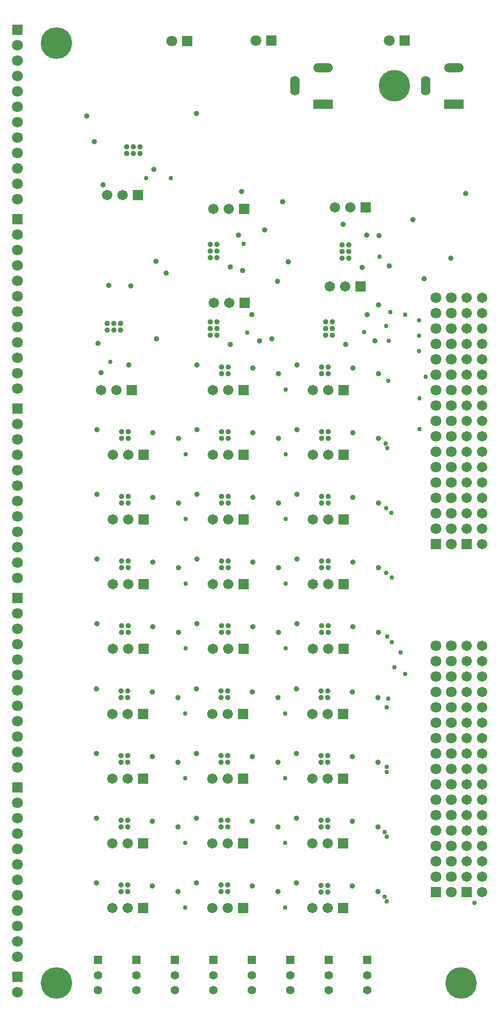
<source format=gbs>
G04*
G04 #@! TF.GenerationSoftware,Altium Limited,Altium Designer,21.0.9 (235)*
G04*
G04 Layer_Color=16711935*
%FSLAX44Y44*%
%MOMM*%
G71*
G04*
G04 #@! TF.SameCoordinates,70CB9891-2270-4D21-866A-A56E4BF175EE*
G04*
G04*
G04 #@! TF.FilePolarity,Negative*
G04*
G01*
G75*
%ADD69C,5.2032*%
%ADD70C,1.8032*%
%ADD71R,1.8032X1.8032*%
%ADD72C,1.7032*%
%ADD73R,1.7032X1.7032*%
%ADD74R,1.7032X1.7032*%
%ADD75R,1.8032X1.8032*%
G04:AMPARAMS|DCode=76|XSize=3.2mm|YSize=1.6mm|CornerRadius=0.8mm|HoleSize=0mm|Usage=FLASHONLY|Rotation=0.000|XOffset=0mm|YOffset=0mm|HoleType=Round|Shape=RoundedRectangle|*
%AMROUNDEDRECTD76*
21,1,3.2000,0.0000,0,0,0.0*
21,1,1.6000,1.6000,0,0,0.0*
1,1,1.6000,0.8000,0.0000*
1,1,1.6000,-0.8000,0.0000*
1,1,1.6000,-0.8000,0.0000*
1,1,1.6000,0.8000,0.0000*
%
%ADD76ROUNDEDRECTD76*%
%ADD77R,3.2000X1.6000*%
G04:AMPARAMS|DCode=78|XSize=1.6mm|YSize=3.2mm|CornerRadius=0.8mm|HoleSize=0mm|Usage=FLASHONLY|Rotation=0.000|XOffset=0mm|YOffset=0mm|HoleType=Round|Shape=RoundedRectangle|*
%AMROUNDEDRECTD78*
21,1,1.6000,1.6000,0,0,0.0*
21,1,0.0000,3.2000,0,0,0.0*
1,1,1.6000,0.0000,-0.8000*
1,1,1.6000,0.0000,-0.8000*
1,1,1.6000,0.0000,0.8000*
1,1,1.6000,0.0000,0.8000*
%
%ADD78ROUNDEDRECTD78*%
%ADD79C,1.4000*%
%ADD80R,1.4000X1.4000*%
%ADD81C,0.9032*%
%ADD82C,0.7532*%
D69*
X142000Y40000D02*
D03*
X810000Y40000D02*
D03*
X700000Y1520000D02*
D03*
X142000Y1590000D02*
D03*
D70*
X794474Y596400D02*
D03*
Y571000D02*
D03*
Y545600D02*
D03*
X769074Y596400D02*
D03*
Y571000D02*
D03*
Y545600D02*
D03*
X794474Y367800D02*
D03*
X769074D02*
D03*
X794474Y342400D02*
D03*
Y317000D02*
D03*
Y291600D02*
D03*
X769074Y342400D02*
D03*
Y317000D02*
D03*
Y291600D02*
D03*
Y215400D02*
D03*
Y240800D02*
D03*
Y266200D02*
D03*
X794474Y190000D02*
D03*
Y215400D02*
D03*
Y240800D02*
D03*
Y266200D02*
D03*
X769074Y393200D02*
D03*
Y418600D02*
D03*
Y444000D02*
D03*
Y469400D02*
D03*
X794474Y393200D02*
D03*
Y418600D02*
D03*
Y444000D02*
D03*
Y469400D02*
D03*
X769074Y494800D02*
D03*
Y520200D02*
D03*
X794474Y494800D02*
D03*
Y520200D02*
D03*
Y1170178D02*
D03*
Y1144778D02*
D03*
Y1119378D02*
D03*
X769074Y1170178D02*
D03*
Y1144778D02*
D03*
Y1119378D02*
D03*
X794474Y941578D02*
D03*
X769074D02*
D03*
X794474Y916178D02*
D03*
Y890778D02*
D03*
Y865378D02*
D03*
X769074Y916178D02*
D03*
Y890778D02*
D03*
Y865378D02*
D03*
Y789178D02*
D03*
Y814578D02*
D03*
Y839978D02*
D03*
X794474Y763778D02*
D03*
Y789178D02*
D03*
Y814578D02*
D03*
Y839978D02*
D03*
X769074Y966978D02*
D03*
Y992378D02*
D03*
Y1017778D02*
D03*
Y1043178D02*
D03*
X794474Y966978D02*
D03*
Y992378D02*
D03*
Y1017778D02*
D03*
Y1043178D02*
D03*
X769074Y1068578D02*
D03*
Y1093978D02*
D03*
X794474Y1068578D02*
D03*
Y1093978D02*
D03*
X77814Y1332828D02*
D03*
Y1358228D02*
D03*
Y1383628D02*
D03*
Y1409028D02*
D03*
Y1434428D02*
D03*
Y1459828D02*
D03*
Y1485228D02*
D03*
Y1510628D02*
D03*
Y1536028D02*
D03*
Y1561428D02*
D03*
Y1586828D02*
D03*
X77840Y395350D02*
D03*
Y420750D02*
D03*
Y446150D02*
D03*
Y471550D02*
D03*
Y496950D02*
D03*
Y522350D02*
D03*
Y547750D02*
D03*
Y573150D02*
D03*
Y598550D02*
D03*
Y623950D02*
D03*
Y649350D02*
D03*
X77814Y82850D02*
D03*
Y108250D02*
D03*
Y133650D02*
D03*
Y159050D02*
D03*
Y184450D02*
D03*
Y209850D02*
D03*
Y235250D02*
D03*
Y260650D02*
D03*
Y286050D02*
D03*
Y311450D02*
D03*
Y336850D02*
D03*
Y707600D02*
D03*
Y733000D02*
D03*
Y758400D02*
D03*
Y783800D02*
D03*
Y809200D02*
D03*
Y834600D02*
D03*
Y860000D02*
D03*
Y885400D02*
D03*
Y910800D02*
D03*
Y936200D02*
D03*
Y961600D02*
D03*
Y1020600D02*
D03*
Y1046000D02*
D03*
Y1071400D02*
D03*
Y1096800D02*
D03*
Y1122200D02*
D03*
Y1147600D02*
D03*
Y1173000D02*
D03*
Y1198400D02*
D03*
Y1223800D02*
D03*
Y1249200D02*
D03*
Y1274600D02*
D03*
X77815Y24850D02*
D03*
X472022Y1594104D02*
D03*
X691732D02*
D03*
X333084Y1593342D02*
D03*
D71*
X769074Y190000D02*
D03*
Y763778D02*
D03*
X77814Y1612228D02*
D03*
X77840Y674750D02*
D03*
X77814Y362250D02*
D03*
Y987000D02*
D03*
Y1300000D02*
D03*
X77815Y50250D02*
D03*
D72*
X845148Y1170178D02*
D03*
Y1144778D02*
D03*
X819748Y1170178D02*
D03*
Y1144778D02*
D03*
X845148Y1043178D02*
D03*
X819748D02*
D03*
X845148Y992378D02*
D03*
X819748D02*
D03*
X845148Y865378D02*
D03*
X819748D02*
D03*
X845148Y789178D02*
D03*
X819748D02*
D03*
X845148Y763778D02*
D03*
X819748Y814578D02*
D03*
X845148D02*
D03*
X819748Y839978D02*
D03*
X845148D02*
D03*
X819748Y890778D02*
D03*
X845148D02*
D03*
X819748Y916178D02*
D03*
X845148D02*
D03*
X819748Y941578D02*
D03*
Y966978D02*
D03*
X845148Y941578D02*
D03*
Y966978D02*
D03*
X819748Y1017778D02*
D03*
X845148D02*
D03*
X819748Y1068578D02*
D03*
Y1093978D02*
D03*
Y1119378D02*
D03*
X845148Y1068578D02*
D03*
Y1093978D02*
D03*
Y1119378D02*
D03*
X844894Y596130D02*
D03*
Y570730D02*
D03*
X819494Y596130D02*
D03*
Y570730D02*
D03*
X844894Y469130D02*
D03*
X819494D02*
D03*
X844894Y418330D02*
D03*
X819494D02*
D03*
X844894Y291330D02*
D03*
X819494D02*
D03*
X844894Y215130D02*
D03*
X819494D02*
D03*
X844894Y189730D02*
D03*
X819494Y240530D02*
D03*
X844894D02*
D03*
X819494Y265930D02*
D03*
X844894D02*
D03*
X819494Y316730D02*
D03*
X844894D02*
D03*
X819494Y342130D02*
D03*
X844894D02*
D03*
X819494Y367530D02*
D03*
Y392930D02*
D03*
X844894Y367530D02*
D03*
Y392930D02*
D03*
X819494Y443730D02*
D03*
X844894D02*
D03*
X819494Y494530D02*
D03*
Y519930D02*
D03*
Y545330D02*
D03*
X844894Y494530D02*
D03*
Y519930D02*
D03*
Y545330D02*
D03*
X601744Y1318910D02*
D03*
X627144D02*
D03*
X401524Y1316990D02*
D03*
X426924D02*
D03*
X593434Y1188466D02*
D03*
X618834D02*
D03*
X402172Y1161796D02*
D03*
X427572D02*
D03*
X241168Y1017524D02*
D03*
X215768D02*
D03*
X425980Y1017580D02*
D03*
X400580D02*
D03*
X591080D02*
D03*
X565680D02*
D03*
X260880Y910900D02*
D03*
X235480D02*
D03*
X425980D02*
D03*
X400580D02*
D03*
X591080D02*
D03*
X565680D02*
D03*
X260880Y804220D02*
D03*
X235480D02*
D03*
X425980D02*
D03*
X400580D02*
D03*
X591080D02*
D03*
X565680D02*
D03*
X260880Y697540D02*
D03*
X235480D02*
D03*
X425980D02*
D03*
X400580D02*
D03*
X591080D02*
D03*
X565680D02*
D03*
X260880Y590860D02*
D03*
X235480D02*
D03*
X425980D02*
D03*
X400580D02*
D03*
X591080D02*
D03*
X565680D02*
D03*
X259920Y483220D02*
D03*
X234520D02*
D03*
X425020D02*
D03*
X399620D02*
D03*
X590120D02*
D03*
X564720D02*
D03*
X259920Y376540D02*
D03*
X234520D02*
D03*
X425020D02*
D03*
X399620D02*
D03*
X590120D02*
D03*
X564720D02*
D03*
X259920Y269860D02*
D03*
X234520D02*
D03*
X425020D02*
D03*
X399620D02*
D03*
X590120D02*
D03*
X564720D02*
D03*
X259920Y163180D02*
D03*
X234520D02*
D03*
X425020D02*
D03*
X399620D02*
D03*
X590120D02*
D03*
X564720D02*
D03*
X251438Y1339596D02*
D03*
X226038D02*
D03*
D73*
X819748Y763778D02*
D03*
X819494Y189730D02*
D03*
D74*
X652544Y1318910D02*
D03*
X452324Y1316990D02*
D03*
X644234Y1188466D02*
D03*
X452972Y1161796D02*
D03*
X266568Y1017524D02*
D03*
X451380Y1017580D02*
D03*
X616480D02*
D03*
X286280Y910900D02*
D03*
X451380D02*
D03*
X616480D02*
D03*
X286280Y804220D02*
D03*
X451380D02*
D03*
X616480D02*
D03*
X286280Y697540D02*
D03*
X451380D02*
D03*
X616480D02*
D03*
X286280Y590860D02*
D03*
X451380D02*
D03*
X616480D02*
D03*
X285320Y483220D02*
D03*
X450420D02*
D03*
X615520D02*
D03*
X285320Y376540D02*
D03*
X450420D02*
D03*
X615520D02*
D03*
X285320Y269860D02*
D03*
X450420D02*
D03*
X615520D02*
D03*
X285320Y163180D02*
D03*
X450420D02*
D03*
X615520D02*
D03*
X276838Y1339596D02*
D03*
D75*
X497422Y1594104D02*
D03*
X717132D02*
D03*
X358484Y1593342D02*
D03*
D76*
X582932Y1549480D02*
D03*
X798832D02*
D03*
D77*
X582932Y1489480D02*
D03*
X798832D02*
D03*
D78*
X535932Y1519480D02*
D03*
X751832D02*
D03*
D79*
X211164Y27940D02*
D03*
Y52940D02*
D03*
X274664Y27940D02*
D03*
Y52940D02*
D03*
X338164Y27940D02*
D03*
Y52940D02*
D03*
X401664Y27940D02*
D03*
Y52940D02*
D03*
X465164Y27940D02*
D03*
Y52940D02*
D03*
X528664Y27940D02*
D03*
Y52940D02*
D03*
X592164Y27940D02*
D03*
Y52940D02*
D03*
X655664Y27940D02*
D03*
Y52940D02*
D03*
D80*
X211164Y77940D02*
D03*
X274664D02*
D03*
X338164D02*
D03*
X401664D02*
D03*
X465164D02*
D03*
X528664D02*
D03*
X592164D02*
D03*
X655664D02*
D03*
D81*
X192244Y1469470D02*
D03*
X749104Y1201720D02*
D03*
X261490Y1059131D02*
D03*
X429210Y1093090D02*
D03*
X447890Y1345560D02*
D03*
X818122Y1342390D02*
D03*
X429024Y1221050D02*
D03*
X731102Y1299210D02*
D03*
X506820Y1197534D02*
D03*
X323758Y1210890D02*
D03*
X515456Y1328348D02*
D03*
X673698Y1157876D02*
D03*
X449924Y1214628D02*
D03*
X442812Y1273013D02*
D03*
X674510Y1272360D02*
D03*
X691732Y1223012D02*
D03*
X654648Y1273844D02*
D03*
X615430Y1290888D02*
D03*
X303508Y1382014D02*
D03*
X219178Y1356360D02*
D03*
X228949Y1190260D02*
D03*
X485868Y1281938D02*
D03*
X509140Y1045040D02*
D03*
Y831680D02*
D03*
Y725000D02*
D03*
Y618320D02*
D03*
X508180Y510680D02*
D03*
Y404000D02*
D03*
Y190640D02*
D03*
X343080D02*
D03*
Y404000D02*
D03*
Y510680D02*
D03*
X344040Y618320D02*
D03*
Y725000D02*
D03*
Y831680D02*
D03*
Y938360D02*
D03*
X509140D02*
D03*
X373104Y1474470D02*
D03*
X258328Y1408010D02*
D03*
Y1419010D02*
D03*
X269328Y1408010D02*
D03*
Y1419010D02*
D03*
X280328Y1408010D02*
D03*
Y1419010D02*
D03*
X226095Y1116546D02*
D03*
Y1127546D02*
D03*
X237095Y1116546D02*
D03*
Y1127546D02*
D03*
X248095Y1116546D02*
D03*
Y1127546D02*
D03*
X407460Y1108594D02*
D03*
X396460D02*
D03*
X407460Y1119594D02*
D03*
X396460D02*
D03*
X407460Y1130594D02*
D03*
X396460D02*
D03*
X597960Y1108594D02*
D03*
X586960D02*
D03*
X597960Y1119594D02*
D03*
X586960D02*
D03*
X597960Y1130594D02*
D03*
X586960D02*
D03*
X625036Y1235598D02*
D03*
X614036D02*
D03*
X625036Y1246598D02*
D03*
X614036D02*
D03*
X625036Y1257598D02*
D03*
X614036D02*
D03*
X407274Y1236554D02*
D03*
X396274D02*
D03*
X407274Y1247554D02*
D03*
X396274D02*
D03*
X407274Y1258554D02*
D03*
X396274D02*
D03*
X249230Y201140D02*
D03*
X260230D02*
D03*
X249230Y190140D02*
D03*
X260230D02*
D03*
X579298Y201080D02*
D03*
X590298D02*
D03*
X579298Y190080D02*
D03*
X590298D02*
D03*
X414330Y201140D02*
D03*
X425330D02*
D03*
X414330Y190140D02*
D03*
X425330D02*
D03*
X579430Y307820D02*
D03*
X590430D02*
D03*
X579430Y296820D02*
D03*
X590430D02*
D03*
X414330Y307820D02*
D03*
X425330D02*
D03*
X414330Y296820D02*
D03*
X425330D02*
D03*
X249230Y307820D02*
D03*
X260230D02*
D03*
X249230Y296820D02*
D03*
X260230D02*
D03*
X579430Y414500D02*
D03*
X590430D02*
D03*
X579430Y403500D02*
D03*
X590430D02*
D03*
X414330Y414500D02*
D03*
X425330D02*
D03*
X414330Y403500D02*
D03*
X425330D02*
D03*
X249230Y414500D02*
D03*
X260230D02*
D03*
X249230Y403500D02*
D03*
X260230D02*
D03*
X579430Y521180D02*
D03*
X590430D02*
D03*
X579430Y510180D02*
D03*
X590430D02*
D03*
X414330Y521180D02*
D03*
X425330D02*
D03*
X414330Y510180D02*
D03*
X425330D02*
D03*
X249230Y521180D02*
D03*
X260230D02*
D03*
X249230Y510180D02*
D03*
X260230D02*
D03*
X580390Y628820D02*
D03*
X591390D02*
D03*
X580390Y617820D02*
D03*
X591390D02*
D03*
X415290Y628820D02*
D03*
X426290D02*
D03*
X415290Y617820D02*
D03*
X426290D02*
D03*
X250190Y628820D02*
D03*
X261190D02*
D03*
X250190Y617820D02*
D03*
X261190D02*
D03*
X580390Y735500D02*
D03*
X591390D02*
D03*
X580390Y724500D02*
D03*
X591390D02*
D03*
X415290Y735500D02*
D03*
X426290D02*
D03*
X415290Y724500D02*
D03*
X426290D02*
D03*
X250190Y735500D02*
D03*
X261190D02*
D03*
X250190Y724500D02*
D03*
X261190D02*
D03*
X580390Y842180D02*
D03*
X591390D02*
D03*
X580390Y831180D02*
D03*
X591390D02*
D03*
X415290Y842180D02*
D03*
X426290D02*
D03*
X415290Y831180D02*
D03*
X426290D02*
D03*
X250190Y842180D02*
D03*
X261190D02*
D03*
X250190Y831180D02*
D03*
X261190D02*
D03*
X580390Y948860D02*
D03*
X591390D02*
D03*
X580390Y937860D02*
D03*
X591390D02*
D03*
X415290Y948860D02*
D03*
X426290D02*
D03*
X415290Y937860D02*
D03*
X426290D02*
D03*
X250190Y948860D02*
D03*
X261190D02*
D03*
X250190Y937860D02*
D03*
X261190D02*
D03*
X580390Y1055540D02*
D03*
X591390D02*
D03*
X580390Y1044540D02*
D03*
X591390D02*
D03*
X415290Y1055540D02*
D03*
X426290D02*
D03*
X415290Y1044540D02*
D03*
X426290D02*
D03*
X793034Y1235710D02*
D03*
X210591Y1094796D02*
D03*
X264897Y1189292D02*
D03*
X306922Y1230278D02*
D03*
X524684Y1229322D02*
D03*
X497608Y1102318D02*
D03*
X307108D02*
D03*
X646786Y1220094D02*
D03*
X667663Y1098716D02*
D03*
X655088Y1142102D02*
D03*
X619710Y1093090D02*
D03*
X477163Y1098716D02*
D03*
X464588Y1142102D02*
D03*
X216218Y1046842D02*
D03*
X204558Y1427480D02*
D03*
X674240Y1045040D02*
D03*
X631840Y1054100D02*
D03*
X466740D02*
D03*
X674240Y938360D02*
D03*
X631840Y947420D02*
D03*
X466740D02*
D03*
X301640D02*
D03*
X674240Y831680D02*
D03*
X631840Y840740D02*
D03*
X466740D02*
D03*
X301640D02*
D03*
X674240Y725000D02*
D03*
X631840Y734060D02*
D03*
X466740D02*
D03*
X301640D02*
D03*
X674240Y618320D02*
D03*
X631840Y627380D02*
D03*
X466740D02*
D03*
X301640D02*
D03*
X673280Y510680D02*
D03*
X630880Y519740D02*
D03*
X465780D02*
D03*
X300680D02*
D03*
X673280Y404000D02*
D03*
X630880Y413060D02*
D03*
X465780D02*
D03*
X300680D02*
D03*
X673280Y190640D02*
D03*
X630880Y199700D02*
D03*
X465780D02*
D03*
X300680D02*
D03*
X343080Y297320D02*
D03*
X300680Y306380D02*
D03*
X508180Y297320D02*
D03*
X465780Y306380D02*
D03*
X630880D02*
D03*
X673280Y297320D02*
D03*
X374520Y1059180D02*
D03*
X539619D02*
D03*
X209419Y952500D02*
D03*
X374520D02*
D03*
X539619D02*
D03*
X209419Y845820D02*
D03*
X374520D02*
D03*
X539619D02*
D03*
X209419Y739140D02*
D03*
X374520D02*
D03*
X539619D02*
D03*
X209419Y632460D02*
D03*
X374520D02*
D03*
X539619D02*
D03*
X208459Y524820D02*
D03*
X373559D02*
D03*
X538660D02*
D03*
X208459Y418140D02*
D03*
X373559D02*
D03*
X538660D02*
D03*
X208459Y311460D02*
D03*
X373559D02*
D03*
X538660D02*
D03*
X208459Y204780D02*
D03*
X373559D02*
D03*
X538660D02*
D03*
D82*
X700000Y560250D02*
D03*
X696250Y602170D02*
D03*
X710500Y585000D02*
D03*
X696000Y708750D02*
D03*
X695480Y815530D02*
D03*
X689954Y509270D02*
D03*
X742024Y1003980D02*
D03*
Y953770D02*
D03*
X752284Y1040130D02*
D03*
X330798Y1367790D02*
D03*
X451702Y1258824D02*
D03*
X675708Y1238114D02*
D03*
X717894Y1142102D02*
D03*
X690054Y1033272D02*
D03*
X685636Y929894D02*
D03*
X686906Y823292D02*
D03*
X686652Y716534D02*
D03*
X684112Y182118D02*
D03*
Y288798D02*
D03*
X687414Y395970D02*
D03*
X688549Y610947D02*
D03*
X717894Y549910D02*
D03*
X688551Y922274D02*
D03*
X693510Y1146138D02*
D03*
X740754Y1132840D02*
D03*
X686398Y1123442D02*
D03*
X691224Y1099058D02*
D03*
X740500Y1082040D02*
D03*
Y1107186D02*
D03*
X457036Y1112266D02*
D03*
X290304Y1367790D02*
D03*
X649885Y1113464D02*
D03*
X230965Y1064620D02*
D03*
X832194Y171526D02*
D03*
X687591Y281234D02*
D03*
Y494594D02*
D03*
Y387914D02*
D03*
Y174554D02*
D03*
X520920Y1018850D02*
D03*
X355820Y912170D02*
D03*
X520920D02*
D03*
X355820Y805490D02*
D03*
X520920D02*
D03*
X355820Y698810D02*
D03*
X520920D02*
D03*
X355820Y592130D02*
D03*
X520920D02*
D03*
X354860Y484490D02*
D03*
X519960D02*
D03*
X354860Y377810D02*
D03*
X519960D02*
D03*
X354860Y164450D02*
D03*
X519960D02*
D03*
Y271130D02*
D03*
X354860D02*
D03*
M02*

</source>
